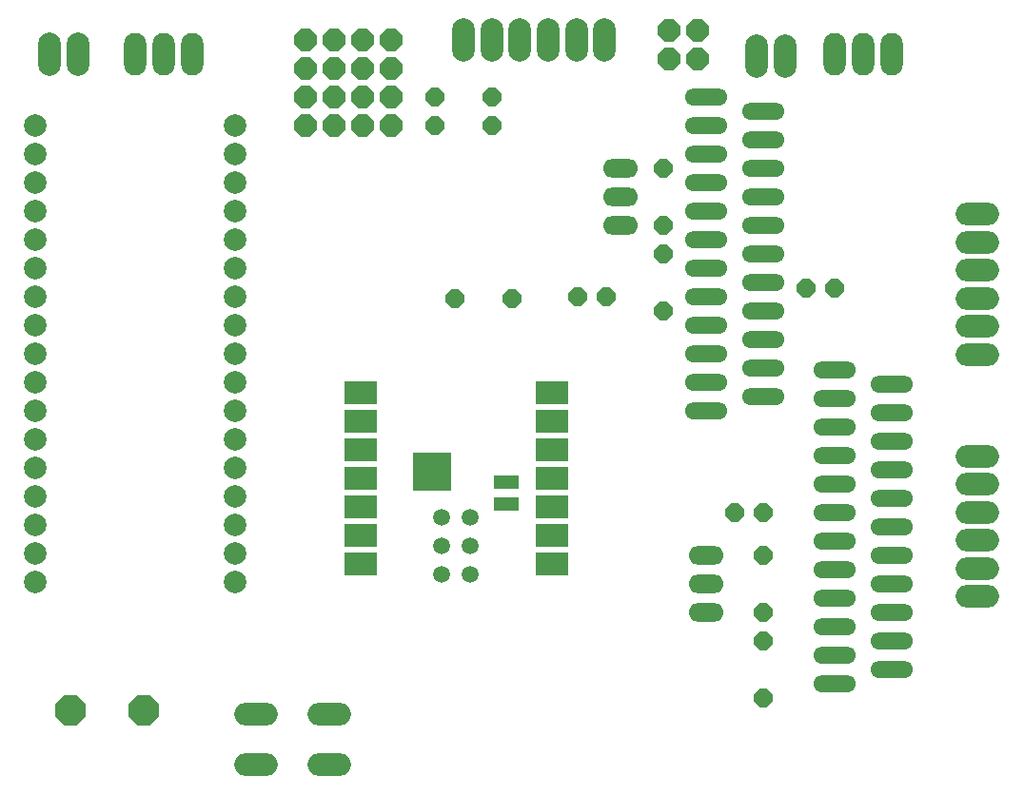
<source format=gbr>
%TF.GenerationSoftware,KiCad,Pcbnew,7.0.8*%
%TF.CreationDate,2024-06-07T19:37:30+09:00*%
%TF.ProjectId,untitled,756e7469-746c-4656-942e-6b696361645f,rev?*%
%TF.SameCoordinates,Original*%
%TF.FileFunction,Soldermask,Top*%
%TF.FilePolarity,Negative*%
%FSLAX46Y46*%
G04 Gerber Fmt 4.6, Leading zero omitted, Abs format (unit mm)*
G04 Created by KiCad (PCBNEW 7.0.8) date 2024-06-07 19:37:30*
%MOMM*%
%LPD*%
G01*
G04 APERTURE LIST*
G04 Aperture macros list*
%AMFreePoly0*
4,1,25,0.585770,1.352196,0.597893,1.341842,1.341842,0.597893,1.370349,0.541945,1.371600,0.526051,1.371600,-0.526051,1.352196,-0.585770,1.341842,-0.597893,0.597893,-1.341842,0.541945,-1.370349,0.526051,-1.371600,-0.526051,-1.371600,-0.585770,-1.352196,-0.597893,-1.341842,-1.341842,-0.597893,-1.370349,-0.541945,-1.371600,-0.526051,-1.371600,0.526051,-1.352196,0.585770,-1.341842,0.597893,
-0.597893,1.341842,-0.541945,1.370349,-0.526051,1.371600,0.526051,1.371600,0.585770,1.352196,0.585770,1.352196,$1*%
%AMFreePoly1*
4,1,25,0.362725,0.813716,0.374848,0.803362,0.803362,0.374848,0.831869,0.318900,0.833120,0.303006,0.833120,-0.303006,0.813716,-0.362725,0.803362,-0.374848,0.374848,-0.803362,0.318900,-0.831869,0.303006,-0.833120,-0.303006,-0.833120,-0.362725,-0.813716,-0.374848,-0.803362,-0.803362,-0.374848,-0.831869,-0.318900,-0.833120,-0.303006,-0.833120,0.303006,-0.813716,0.362725,-0.803362,0.374848,
-0.374848,0.803362,-0.318900,0.831869,-0.303006,0.833120,0.303006,0.833120,0.362725,0.813716,0.362725,0.813716,$1*%
%AMFreePoly2*
4,1,25,0.438476,0.996596,0.450599,0.986242,0.986242,0.450599,1.014749,0.394651,1.016000,0.378757,1.016000,-0.378757,0.996596,-0.438476,0.986242,-0.450599,0.450599,-0.986242,0.394651,-1.014749,0.378757,-1.016000,-0.378757,-1.016000,-0.438476,-0.996596,-0.450599,-0.986242,-0.986242,-0.450599,-1.014749,-0.394651,-1.016000,-0.378757,-1.016000,0.378757,-0.996596,0.438476,-0.986242,0.450599,
-0.450599,0.986242,-0.394651,1.014749,-0.378757,1.016000,0.378757,1.016000,0.438476,0.996596,0.438476,0.996596,$1*%
G04 Aperture macros list end*
%ADD10O,3.803200X1.503200*%
%ADD11R,3.000000X2.000000*%
%ADD12C,1.500000*%
%ADD13R,2.300000X1.300000*%
%ADD14R,3.500000X3.500000*%
%ADD15C,2.000000*%
%ADD16O,3.129280X1.666240*%
%ADD17O,3.860800X2.032000*%
%ADD18FreePoly0,0.000000*%
%ADD19O,2.032000X3.860800*%
%ADD20O,2.003200X3.803200*%
%ADD21FreePoly1,180.000000*%
%ADD22FreePoly1,270.000000*%
%ADD23FreePoly1,0.000000*%
%ADD24FreePoly1,90.000000*%
%ADD25FreePoly2,90.000000*%
%ADD26FreePoly2,0.000000*%
G04 APERTURE END LIST*
D10*
%TO.C,U$2*%
X172720000Y-88900000D03*
X172720000Y-96520000D03*
X172720000Y-99060000D03*
X172720000Y-91440000D03*
X167640000Y-85090000D03*
X172720000Y-86360000D03*
X167640000Y-87630000D03*
X172720000Y-83820000D03*
X167640000Y-80010000D03*
X172720000Y-81280000D03*
X167640000Y-77470000D03*
X172720000Y-78740000D03*
X172720000Y-101600000D03*
X167640000Y-102870000D03*
X172720000Y-104140000D03*
X167640000Y-105410000D03*
X167640000Y-95250000D03*
X167640000Y-82550000D03*
X167640000Y-100330000D03*
X167640000Y-92710000D03*
X167640000Y-97790000D03*
X167640000Y-90170000D03*
X172720000Y-93980000D03*
%TD*%
%TO.C,U$3*%
X184150000Y-113150000D03*
X184150000Y-120770000D03*
X184150000Y-123310000D03*
X184150000Y-115690000D03*
X179070000Y-109340000D03*
X184150000Y-110610000D03*
X179070000Y-111880000D03*
X184150000Y-108070000D03*
X179070000Y-104260000D03*
X184150000Y-105530000D03*
X179070000Y-101720000D03*
X184150000Y-102990000D03*
X184150000Y-125850000D03*
X179070000Y-127120000D03*
X184150000Y-128390000D03*
X179070000Y-129660000D03*
X179070000Y-119500000D03*
X179070000Y-106800000D03*
X179070000Y-124580000D03*
X179070000Y-116960000D03*
X179070000Y-122040000D03*
X179070000Y-114420000D03*
X184150000Y-118230000D03*
%TD*%
D11*
%TO.C,U2*%
X153860000Y-118980000D03*
X153860000Y-116440000D03*
X153860000Y-113900000D03*
X153860000Y-111360000D03*
X153860000Y-108820000D03*
X153860000Y-106280000D03*
X153860000Y-103740000D03*
X136860000Y-103740000D03*
X136860000Y-106280000D03*
X136860000Y-108820000D03*
X136860000Y-111360000D03*
X136860000Y-113900000D03*
X136860000Y-116440000D03*
X136860000Y-118980000D03*
D12*
X146630000Y-119940000D03*
X144090000Y-119940000D03*
X146630000Y-117400000D03*
X144090000Y-117400000D03*
X146630000Y-114860000D03*
X144090000Y-114860000D03*
D13*
X149860000Y-113660000D03*
X149860000Y-111760000D03*
D14*
X143260000Y-110760000D03*
%TD*%
D15*
%TO.C,U1*%
X107950000Y-80010000D03*
X107950000Y-82550000D03*
X107950000Y-85090000D03*
X107950000Y-87630000D03*
X107950000Y-90170000D03*
X107950000Y-92710000D03*
X107950000Y-95250000D03*
X107950000Y-97790000D03*
X107950000Y-100330000D03*
X107950000Y-102870000D03*
X107950000Y-105410000D03*
X107950000Y-107950000D03*
X107950000Y-110490000D03*
X107950000Y-113030000D03*
X107950000Y-115570000D03*
X107950000Y-118110000D03*
X107950000Y-120650000D03*
X125730000Y-120650000D03*
X125730000Y-118110000D03*
X125730000Y-115570000D03*
X125730000Y-113030000D03*
X125730000Y-110490000D03*
X125730000Y-107950000D03*
X125730000Y-105410000D03*
X125730000Y-102870000D03*
X125730000Y-100330000D03*
X125730000Y-97790000D03*
X125730000Y-95250000D03*
X125730000Y-92710000D03*
X125730000Y-90170000D03*
X125730000Y-87630000D03*
X125730000Y-85090000D03*
X125730000Y-82550000D03*
X125730000Y-80010000D03*
%TD*%
D16*
%TO.C,T2*%
X167640000Y-118230000D03*
X167640000Y-120770000D03*
X167640000Y-123310000D03*
%TD*%
%TO.C,T1*%
X160020000Y-88900000D03*
X160020000Y-86360000D03*
X160020000Y-83820000D03*
%TD*%
D17*
%TO.C,STP1*%
X191770000Y-109420000D03*
X191770000Y-111920000D03*
X191770000Y-114420000D03*
X191770000Y-116920000D03*
X191770000Y-119420000D03*
X191770000Y-121920000D03*
%TD*%
%TO.C,STP0*%
X191770000Y-87850000D03*
X191770000Y-90350000D03*
X191770000Y-92850000D03*
X191770000Y-95350000D03*
X191770000Y-97850000D03*
X191770000Y-100350000D03*
%TD*%
D18*
%TO.C,SP1*%
X111048800Y-132080000D03*
X117551200Y-132080000D03*
%TD*%
D19*
%TO.C,SENSOR0*%
X146050000Y-72390000D03*
X148550000Y-72390000D03*
X151050000Y-72390000D03*
X153550000Y-72390000D03*
X156050000Y-72390000D03*
X158550000Y-72390000D03*
%TD*%
D20*
%TO.C,S4*%
X121920000Y-73660000D03*
X119380000Y-73660000D03*
X116840000Y-73660000D03*
%TD*%
%TO.C,S3*%
X184150000Y-73660000D03*
X181610000Y-73660000D03*
X179070000Y-73660000D03*
%TD*%
D17*
%TO.C,S1*%
X127558800Y-132359400D03*
X134061200Y-132359400D03*
X127558800Y-136880600D03*
X134061200Y-136880600D03*
%TD*%
D21*
%TO.C,R7*%
X150368000Y-95377000D03*
X145288000Y-95377000D03*
%TD*%
D22*
%TO.C,R6*%
X163830000Y-88900000D03*
X163830000Y-83820000D03*
%TD*%
%TO.C,R5*%
X163830000Y-96520000D03*
X163830000Y-91440000D03*
%TD*%
D23*
%TO.C,R4*%
X143510000Y-77470000D03*
X148590000Y-77470000D03*
%TD*%
%TO.C,R3*%
X143510000Y-80010000D03*
X148590000Y-80010000D03*
%TD*%
D24*
%TO.C,R2*%
X172720000Y-130930000D03*
X172720000Y-125850000D03*
%TD*%
%TO.C,R1*%
X172720000Y-123310000D03*
X172720000Y-118230000D03*
%TD*%
D23*
%TO.C,LED1*%
X156210000Y-95250000D03*
X158750000Y-95250000D03*
%TD*%
D19*
%TO.C,JP5*%
X109220000Y-73660000D03*
X111760000Y-73660000D03*
%TD*%
%TO.C,JP4*%
X172085000Y-73787000D03*
X174625000Y-73787000D03*
%TD*%
D25*
%TO.C,JP2*%
X139599000Y-80010000D03*
X137059000Y-80010000D03*
X139599000Y-77470000D03*
X137059000Y-77470000D03*
X139599000Y-74930000D03*
X137059000Y-74930000D03*
X139599000Y-72390000D03*
X137059000Y-72390000D03*
%TD*%
%TO.C,JP1*%
X134519000Y-80010000D03*
X131979000Y-80010000D03*
X134519000Y-77470000D03*
X131979000Y-77470000D03*
X134519000Y-74930000D03*
X131979000Y-74930000D03*
X134519000Y-72390000D03*
X131979000Y-72390000D03*
%TD*%
D26*
%TO.C,GND0*%
X164338000Y-74041000D03*
X164338000Y-71501000D03*
X166878000Y-74041000D03*
X166878000Y-71501000D03*
%TD*%
D21*
%TO.C,C3*%
X179025200Y-94479200D03*
X176485200Y-94479200D03*
%TD*%
D23*
%TO.C,C1*%
X170180000Y-114420000D03*
X172720000Y-114420000D03*
%TD*%
M02*

</source>
